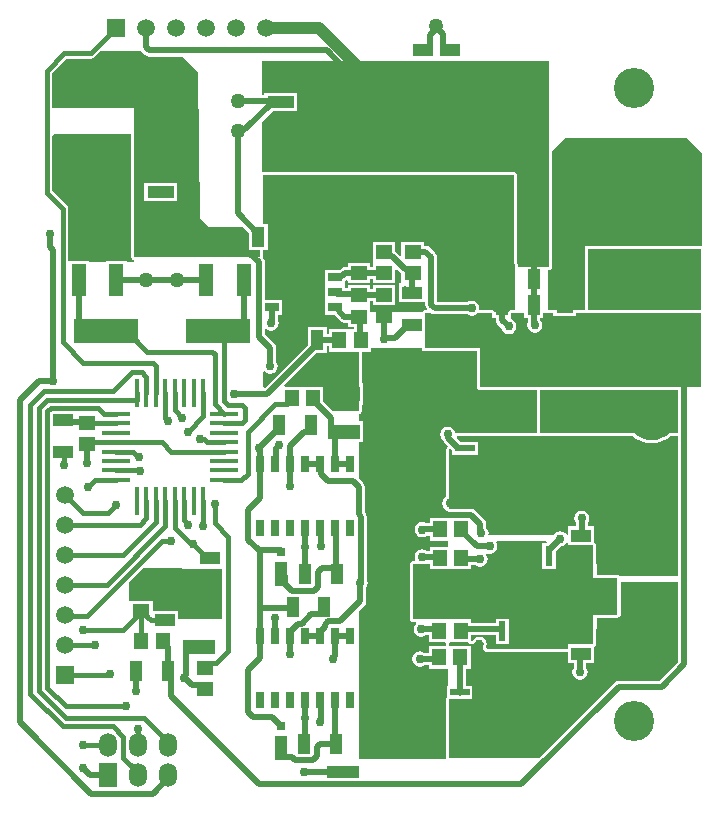
<source format=gtl>
G04*
G04 #@! TF.GenerationSoftware,Altium Limited,Altium Designer,21.0.9 (235)*
G04*
G04 Layer_Physical_Order=1*
G04 Layer_Color=255*
%FSLAX25Y25*%
%MOIN*%
G70*
G04*
G04 #@! TF.SameCoordinates,CCBB63D4-E8DD-42B9-A150-1630AA2F812C*
G04*
G04*
G04 #@! TF.FilePolarity,Positive*
G04*
G01*
G75*
%ADD18R,0.05512X0.04724*%
%ADD19R,0.04000X0.10500*%
%ADD20R,0.10500X0.04000*%
%ADD21R,0.04331X0.06693*%
%ADD22R,0.04724X0.05512*%
%ADD23R,0.06693X0.04331*%
%ADD24R,0.25984X0.09055*%
%ADD25R,0.17362X0.15354*%
%ADD26R,0.06500X0.02787*%
%ADD27R,0.02394X0.06500*%
%ADD28R,0.02756X0.05709*%
%ADD29R,0.04500X0.03000*%
%ADD30R,0.08500X0.07000*%
%ADD31R,0.09000X0.03900*%
%ADD32R,0.06300X0.13780*%
%ADD33R,0.21654X0.07874*%
%ADD34R,0.05118X0.10630*%
%ADD35R,0.06500X0.02394*%
%ADD36R,0.02787X0.06500*%
%ADD37R,0.15354X0.17362*%
%ADD38R,0.01575X0.09449*%
%ADD39R,0.09449X0.01575*%
%ADD40R,0.03150X0.03150*%
%ADD41R,0.04331X0.07874*%
%ADD42R,0.10630X0.05118*%
%ADD77C,0.01968*%
%ADD78C,0.01575*%
%ADD79C,0.03937*%
%ADD80R,0.05906X0.07874*%
%ADD81O,0.05906X0.07874*%
%ADD82C,0.05906*%
%ADD83R,0.05906X0.05906*%
%ADD84R,0.05906X0.05906*%
%ADD85C,0.16535*%
%ADD86C,0.03000*%
%ADD87C,0.13386*%
%ADD88C,0.05000*%
G36*
X43069Y259823D02*
X44223Y258669D01*
X44879Y258231D01*
X45653Y258077D01*
X56923D01*
X62000Y253000D01*
X62650Y204150D01*
X65500Y201300D01*
X76835D01*
X78850Y199285D01*
Y193454D01*
X82600D01*
Y191300D01*
X40800Y191300D01*
X40800Y241000D01*
X13362Y241000D01*
Y252549D01*
X18154Y257341D01*
X26164D01*
X26164Y257341D01*
X26861Y257480D01*
X27452Y257875D01*
X29577Y260000D01*
X42951D01*
X43069Y259823D01*
D02*
G37*
G36*
X39780Y232100D02*
X39780Y191300D01*
X39858Y190910D01*
X40079Y190579D01*
X40410Y190358D01*
X40500Y190340D01*
Y189700D01*
X38358D01*
Y189815D01*
X31240D01*
Y189700D01*
X28685D01*
X25760Y189700D01*
Y189815D01*
X18685D01*
Y207374D01*
X18685Y207374D01*
X18546Y208071D01*
X18151Y208662D01*
X18151Y208662D01*
X13362Y213451D01*
Y231751D01*
X13862Y232100D01*
X39780Y232100D01*
D02*
G37*
G36*
X179000Y256500D02*
X179000Y188000D01*
X168520D01*
Y189000D01*
X168442Y189390D01*
X168270Y189648D01*
Y218500D01*
X168192Y218890D01*
X167971Y219221D01*
X167640Y219442D01*
X167250Y219520D01*
X83750D01*
X83700Y219510D01*
X83200Y219891D01*
Y236389D01*
X86861Y240050D01*
X95000D01*
Y245950D01*
X84000D01*
Y245223D01*
X83200D01*
Y256500D01*
X179000Y256500D01*
D02*
G37*
G36*
X129507Y185769D02*
X129744Y185610D01*
Y182595D01*
X129291Y182480D01*
X128954D01*
Y180692D01*
X128915Y180496D01*
X128954Y180301D01*
Y176150D01*
X137646D01*
X137677Y175662D01*
Y175300D01*
X137831Y174526D01*
X138169Y174020D01*
X137962Y173520D01*
X137600D01*
X137210Y173442D01*
X136879Y173221D01*
X136665Y172900D01*
X124729Y172900D01*
X119456Y172900D01*
Y174793D01*
X119456D01*
Y175155D01*
X119456D01*
Y176507D01*
X120244D01*
Y175181D01*
X127756D01*
Y181905D01*
X120244D01*
Y180553D01*
X119456D01*
Y181879D01*
X111944D01*
Y181018D01*
X110950D01*
Y183219D01*
X111444Y183549D01*
X111505Y183537D01*
X111944Y183337D01*
Y182595D01*
X119456D01*
Y183934D01*
X120244D01*
Y182595D01*
X127756D01*
Y186867D01*
X128218Y187058D01*
X129507Y185769D01*
D02*
G37*
G36*
X229500Y173520D02*
X229500Y173520D01*
X192020D01*
X192020Y187058D01*
Y193980D01*
X229500Y193980D01*
Y173520D01*
D02*
G37*
G36*
X225000Y231000D02*
X230000Y226000D01*
X230000Y195000D01*
X191000Y195000D01*
Y187058D01*
X191000Y173520D01*
X187956D01*
X187857Y173500D01*
X186617D01*
X180543Y173500D01*
X180444Y173520D01*
X178500D01*
Y186980D01*
X179000D01*
X179390Y187058D01*
X179721Y187279D01*
X179942Y187610D01*
X180020Y188000D01*
X180020Y226520D01*
X184500Y231000D01*
X225000Y231000D01*
D02*
G37*
G36*
X167250Y189000D02*
X167500D01*
X167500Y173520D01*
X166350D01*
X165960Y173442D01*
X165629Y173221D01*
X165415Y172900D01*
X160955Y172900D01*
X160741Y173221D01*
X160410Y173442D01*
X160020Y173520D01*
X156058D01*
X155740Y173906D01*
X155794Y174176D01*
X155600Y175151D01*
X155048Y175978D01*
X154220Y176530D01*
X153245Y176724D01*
X152270Y176530D01*
X151773Y176199D01*
X141723D01*
Y191100D01*
X141569Y191874D01*
X141131Y192531D01*
X139187Y194474D01*
X138531Y194912D01*
X137757Y195066D01*
X137256D01*
Y196405D01*
X129744D01*
Y191907D01*
X129282Y191716D01*
X127902Y193096D01*
X127756Y193194D01*
Y196405D01*
X120244D01*
Y189819D01*
X120244Y189681D01*
X120244D01*
Y189319D01*
X120244D01*
Y187980D01*
X119456D01*
Y189319D01*
X111944D01*
Y187980D01*
X110995D01*
X110221Y187826D01*
X109565Y187387D01*
X109190Y187013D01*
X108216D01*
X108020Y186974D01*
X104450D01*
Y181974D01*
Y176974D01*
Y171974D01*
X107404D01*
X107535Y171777D01*
X109313Y170000D01*
X109969Y169561D01*
X110743Y169407D01*
X111944D01*
Y168068D01*
X113927D01*
Y167229D01*
X112838D01*
Y167229D01*
X112476D01*
Y167229D01*
X105751D01*
Y165497D01*
X104865D01*
Y167820D01*
X98535D01*
Y161988D01*
X84250Y147704D01*
X83750Y147817D01*
Y153056D01*
X84228Y153201D01*
X84298Y153098D01*
X85124Y152545D01*
X86100Y152351D01*
X87076Y152545D01*
X87902Y153098D01*
X88455Y153925D01*
X88649Y154900D01*
X88455Y155876D01*
X88123Y156372D01*
Y160868D01*
X87969Y161643D01*
X87531Y162299D01*
X84308Y165522D01*
Y167100D01*
X84808Y167357D01*
X85425Y166945D01*
X86400Y166751D01*
X87375Y166945D01*
X88202Y167498D01*
X88755Y168324D01*
X88949Y169300D01*
X88755Y170275D01*
X88573Y170548D01*
Y171974D01*
X89950D01*
Y176974D01*
X84308D01*
Y189451D01*
X84154Y190225D01*
X83750Y190829D01*
Y193454D01*
X85180D01*
Y202147D01*
X83750D01*
X83750Y218500D01*
X167250D01*
Y189000D01*
D02*
G37*
G36*
X229500Y147900D02*
X155900Y147900D01*
X155900Y160800D01*
X137600D01*
Y165520D01*
X137646D01*
Y171850D01*
X137600D01*
Y172500D01*
X139760D01*
X140050Y172306D01*
X140825Y172152D01*
X151773D01*
X152270Y171820D01*
X153245Y171626D01*
X154220Y171820D01*
X155048Y172373D01*
X155132Y172500D01*
X160020D01*
Y170954D01*
X161162D01*
Y170415D01*
X161316Y169641D01*
X161755Y168984D01*
X163029Y167710D01*
X163145Y167124D01*
X163698Y166298D01*
X164524Y165745D01*
X165500Y165551D01*
X166475Y165745D01*
X167302Y166298D01*
X167855Y167124D01*
X168049Y168100D01*
X167855Y169076D01*
X167302Y169902D01*
X166475Y170455D01*
X166393Y170471D01*
X166350Y170954D01*
X166350D01*
Y172500D01*
X170650D01*
Y170954D01*
X171984D01*
Y169784D01*
X171845Y169576D01*
X171651Y168600D01*
X171845Y167624D01*
X172398Y166798D01*
X173224Y166245D01*
X174200Y166051D01*
X175175Y166245D01*
X176002Y166798D01*
X176555Y167624D01*
X176749Y168600D01*
X176555Y169576D01*
X176031Y170360D01*
Y170954D01*
X176980D01*
Y172500D01*
X180444D01*
Y171681D01*
X187956D01*
Y172500D01*
X229500D01*
Y147900D01*
D02*
G37*
G36*
X105751Y159718D02*
X112476D01*
Y159718D01*
X112838D01*
Y159718D01*
X115500D01*
X115500Y140000D01*
X106711D01*
X103605Y143105D01*
Y148056D01*
X96881D01*
Y148056D01*
X96519D01*
Y148056D01*
X90978D01*
X90786Y148518D01*
X101396Y159127D01*
X104865D01*
Y161451D01*
X105751D01*
Y159718D01*
D02*
G37*
G36*
X136580Y160800D02*
X136658Y160410D01*
X136879Y160079D01*
X137210Y159858D01*
X137600Y159780D01*
X154880D01*
X154880Y147900D01*
X154958Y147510D01*
X155179Y147179D01*
X155510Y146958D01*
X155900Y146880D01*
X175000Y146880D01*
X175000Y139279D01*
Y132520D01*
X148435Y132520D01*
X148045Y132442D01*
X147629Y132703D01*
X147555Y133075D01*
X147002Y133902D01*
X146176Y134455D01*
X145200Y134649D01*
X144225Y134455D01*
X143398Y133902D01*
X142845Y133075D01*
X142651Y132100D01*
X142845Y131124D01*
X143398Y130298D01*
X143575Y130179D01*
X143967Y129593D01*
X145184Y128376D01*
X145184Y128315D01*
X145155Y127878D01*
X145079Y127827D01*
X144858Y127496D01*
X144780Y127106D01*
X144780Y111359D01*
X144098Y110902D01*
X143545Y110075D01*
X143351Y109100D01*
X143545Y108124D01*
X144098Y107298D01*
X144924Y106745D01*
X145066Y106717D01*
X145079Y106697D01*
X145200Y106616D01*
Y104229D01*
X139295D01*
Y102467D01*
X138128D01*
X137675Y102769D01*
X136700Y102964D01*
X135724Y102769D01*
X134898Y102217D01*
X134345Y101390D01*
X134151Y100415D01*
X134345Y99439D01*
X134898Y98612D01*
X135724Y98060D01*
X136700Y97866D01*
X137675Y98060D01*
X138216Y98421D01*
X139295D01*
Y96718D01*
X145200D01*
Y94730D01*
X139295D01*
Y93179D01*
X138445D01*
X137675Y93694D01*
X136700Y93888D01*
X135724Y93694D01*
X134898Y93141D01*
X134345Y92314D01*
X134151Y91339D01*
X134334Y90420D01*
X134294Y90261D01*
X134111Y89920D01*
X133700D01*
X133310Y89842D01*
X132979Y89621D01*
X132758Y89290D01*
X132680Y88900D01*
X132680Y70700D01*
X132758Y70310D01*
X132979Y69979D01*
X133310Y69758D01*
X133700Y69680D01*
X134602D01*
X134754Y69180D01*
X134598Y69076D01*
X134045Y68249D01*
X133851Y67274D01*
X134045Y66298D01*
X134598Y65471D01*
X135424Y64919D01*
X136400Y64725D01*
X137375Y64919D01*
X137872Y65250D01*
X139094D01*
Y62944D01*
X144152D01*
X144181Y62934D01*
X144408Y62766D01*
X144580Y62535D01*
Y61575D01*
X144543Y61529D01*
X138995D01*
Y59264D01*
X137389D01*
X136893Y59596D01*
X135917Y59790D01*
X134942Y59596D01*
X134115Y59043D01*
X133562Y58216D01*
X133368Y57241D01*
X133562Y56265D01*
X134115Y55439D01*
X134942Y54886D01*
X135917Y54692D01*
X136893Y54886D01*
X137389Y55218D01*
X138995D01*
Y54018D01*
X145200D01*
Y48371D01*
X144950D01*
Y44745D01*
X144879Y44698D01*
X144658Y44367D01*
X144580Y43977D01*
Y24200D01*
X144334Y23900D01*
X115500D01*
X115500Y73139D01*
X117431Y75069D01*
X117869Y75726D01*
X118023Y76500D01*
Y81249D01*
X118355Y81745D01*
X118549Y82721D01*
X118355Y83696D01*
X118266Y83829D01*
Y104725D01*
X118112Y105499D01*
X117674Y106155D01*
X117523Y106306D01*
Y114600D01*
X117369Y115374D01*
X116931Y116031D01*
X115500Y117461D01*
X115500Y129442D01*
X116815D01*
Y136560D01*
X115500D01*
Y138980D01*
X115890Y139058D01*
X116221Y139279D01*
X116442Y139610D01*
X116520Y140000D01*
Y142040D01*
X116815D01*
Y149158D01*
X116520D01*
X116520Y159718D01*
X119562D01*
Y160800D01*
X136580D01*
D02*
G37*
G36*
X207121Y131500D02*
X208026Y130757D01*
X209636Y129896D01*
X211383Y129366D01*
X213200Y129187D01*
X215017Y129366D01*
X216764Y129896D01*
X218374Y130757D01*
X219279Y131500D01*
X219301D01*
X221977D01*
Y85000D01*
X202403D01*
X202190Y85142D01*
X201800Y85220D01*
X194820D01*
Y88850D01*
X194742Y89240D01*
X194673Y89343D01*
Y95150D01*
X194596Y95540D01*
X194375Y95871D01*
X194046Y96090D01*
Y98474D01*
Y101480D01*
X191923D01*
Y102628D01*
X192255Y103124D01*
X192449Y104100D01*
X192255Y105076D01*
X191702Y105902D01*
X190875Y106455D01*
X189900Y106649D01*
X188925Y106455D01*
X188098Y105902D01*
X187545Y105076D01*
X187351Y104100D01*
X187545Y103124D01*
X187877Y102628D01*
Y101480D01*
X185354D01*
Y98788D01*
X184853Y98637D01*
X184476Y99202D01*
X183649Y99755D01*
X182673Y99949D01*
X181698Y99755D01*
X180871Y99202D01*
X180384Y98474D01*
X159079Y98474D01*
X158762Y98860D01*
X158849Y99300D01*
X158655Y100276D01*
X158126Y101067D01*
Y102295D01*
X157972Y103069D01*
X157533Y103725D01*
X154433Y106825D01*
X153777Y107264D01*
X153002Y107418D01*
X145800D01*
X145800Y127106D01*
X146262Y127297D01*
X146750Y126809D01*
Y125277D01*
X155250D01*
Y129671D01*
X150983D01*
X150787Y129709D01*
X149572D01*
X148243Y131038D01*
X148435Y131500D01*
X193800Y131500D01*
Y131500D01*
X207121D01*
D02*
G37*
G36*
X221977Y132520D02*
X219279D01*
X219132Y132490D01*
X218983Y132476D01*
X218939Y132452D01*
X218889Y132442D01*
X218764Y132359D01*
X218632Y132288D01*
X217805Y131609D01*
X216372Y130843D01*
X214817Y130371D01*
X213200Y130212D01*
X211583Y130371D01*
X210028Y130843D01*
X208595Y131609D01*
X207768Y132288D01*
X207635Y132359D01*
X207511Y132442D01*
X207461Y132452D01*
X207417Y132476D01*
X207268Y132490D01*
X207121Y132520D01*
X193800D01*
X193800Y132520D01*
X176020D01*
Y139279D01*
X176020Y146880D01*
X176520Y146880D01*
X221977Y146880D01*
Y132520D01*
D02*
G37*
G36*
X164082Y96574D02*
X177918Y96574D01*
X178171Y96074D01*
X178060Y95924D01*
X176803D01*
Y87424D01*
X181197D01*
Y93063D01*
X183063Y94928D01*
X183649Y95045D01*
X184476Y95598D01*
X184853Y96163D01*
X185354Y96012D01*
Y95150D01*
X193654D01*
Y88850D01*
X193800D01*
Y84200D01*
X201800D01*
Y72074D01*
X193800D01*
Y67650D01*
X193553D01*
Y62250D01*
X185254D01*
Y60700D01*
X158235Y60700D01*
X157999Y61141D01*
X158055Y61225D01*
X158249Y62200D01*
X158055Y63175D01*
X157502Y64002D01*
X156676Y64555D01*
X155700Y64749D01*
X154725Y64555D01*
X153898Y64002D01*
X153405Y63266D01*
X152965Y63326D01*
X152905Y63349D01*
Y65250D01*
X161203D01*
Y62224D01*
X165597D01*
Y70724D01*
X161203D01*
Y69297D01*
X152905D01*
Y70456D01*
X147200D01*
Y70700D01*
X133700Y70700D01*
X133700Y88900D01*
X136145D01*
X136700Y88790D01*
X137255Y88900D01*
X139295D01*
Y87218D01*
X146019D01*
Y87218D01*
X146381D01*
Y87218D01*
X153105D01*
Y88477D01*
X154528D01*
X155025Y88145D01*
X156000Y87951D01*
X156975Y88145D01*
X157802Y88698D01*
X158355Y89525D01*
X158549Y90500D01*
X158355Y91475D01*
X157991Y92021D01*
X158083Y92189D01*
X158321Y92426D01*
X159200Y92251D01*
X160176Y92445D01*
X161002Y92998D01*
X161555Y93824D01*
X161749Y94800D01*
X161555Y95776D01*
X161316Y96133D01*
X161552Y96574D01*
X164082D01*
D02*
G37*
G36*
X70040Y87391D02*
X70040Y70439D01*
X55446D01*
Y73335D01*
X46856D01*
Y76576D01*
X39344D01*
X39000Y76933D01*
X39000Y82823D01*
X43764Y87587D01*
X70040Y87391D01*
D02*
G37*
G36*
X221977Y56338D02*
X215662Y50023D01*
X202184D01*
X201410Y49869D01*
X200754Y49431D01*
X175523Y24200D01*
X145600Y24200D01*
Y43977D01*
X149375D01*
X149443Y43963D01*
X149512Y43977D01*
X153450D01*
Y48371D01*
X151466D01*
Y54018D01*
X152805D01*
Y61529D01*
X146100D01*
X145600Y61575D01*
Y62535D01*
X145819Y62944D01*
X146181D01*
Y62944D01*
X151970D01*
X151970Y62944D01*
X152078Y62787D01*
X152184Y62628D01*
X152192Y62623D01*
X152196Y62616D01*
X152357Y62513D01*
X152430Y62464D01*
X152452Y62444D01*
X152468Y62439D01*
X152515Y62407D01*
X152524Y62406D01*
X152531Y62401D01*
X152591Y62377D01*
X152712Y62355D01*
X152829Y62315D01*
X153269Y62256D01*
X153436Y62266D01*
X153604D01*
X153634Y62278D01*
X153666Y62280D01*
X153817Y62354D01*
X153972Y62418D01*
X153995Y62441D01*
X154023Y62455D01*
X154135Y62581D01*
X154253Y62700D01*
X154633Y63267D01*
X155122Y63595D01*
X155700Y63709D01*
X156278Y63595D01*
X156767Y63267D01*
X157095Y62778D01*
X157209Y62200D01*
X157078Y61539D01*
X157023Y61437D01*
X157018Y61387D01*
X156999Y61340D01*
Y61190D01*
X156984Y61041D01*
X156999Y60993D01*
Y60942D01*
X157056Y60804D01*
X157100Y60660D01*
X157336Y60219D01*
X157431Y60104D01*
X157514Y59979D01*
X157556Y59951D01*
X157588Y59912D01*
X157720Y59841D01*
X157845Y59758D01*
X157894Y59748D01*
X157939Y59724D01*
X158088Y59710D01*
X158235Y59680D01*
X185254Y59680D01*
Y55920D01*
X187277D01*
Y54372D01*
X186945Y53875D01*
X186751Y52900D01*
X186945Y51925D01*
X187498Y51098D01*
X188324Y50545D01*
X189300Y50351D01*
X190276Y50545D01*
X191102Y51098D01*
X191655Y51925D01*
X191849Y52900D01*
X191655Y53875D01*
X191323Y54372D01*
Y55920D01*
X193947D01*
Y61310D01*
X194274Y61529D01*
X194495Y61860D01*
X194573Y62250D01*
Y67007D01*
X194742Y67260D01*
X194820Y67650D01*
Y71054D01*
X201800D01*
X202190Y71132D01*
X202521Y71353D01*
X202742Y71683D01*
X202820Y72074D01*
Y83000D01*
X221977D01*
Y56338D01*
D02*
G37*
%LPC*%
G36*
X55000Y215950D02*
X44000D01*
Y210050D01*
X55000D01*
Y215950D01*
D02*
G37*
%LPD*%
D18*
X64300Y47257D02*
D03*
Y54343D02*
D03*
X43100Y80300D02*
D03*
Y73213D02*
D03*
X25000Y128957D02*
D03*
Y136043D02*
D03*
X115700Y193043D02*
D03*
Y185957D02*
D03*
X124000Y193043D02*
D03*
Y185957D02*
D03*
X184200Y175043D02*
D03*
Y167957D02*
D03*
X124000Y171457D02*
D03*
Y178543D02*
D03*
X115700Y178517D02*
D03*
Y171430D02*
D03*
X133500Y185957D02*
D03*
Y193043D02*
D03*
D19*
X179900Y140700D02*
D03*
X225500Y163500D02*
D03*
X154700Y140700D02*
D03*
D20*
X110200Y19600D02*
D03*
X204500Y115500D02*
D03*
X125300Y249400D02*
D03*
X36300Y256500D02*
D03*
D21*
X104115Y74500D02*
D03*
X93485D02*
D03*
X137815Y82800D02*
D03*
X127185D02*
D03*
X137715Y74700D02*
D03*
X127085D02*
D03*
X99515Y135300D02*
D03*
X88885D02*
D03*
X97685Y85500D02*
D03*
X108315D02*
D03*
X97285Y28974D02*
D03*
X107915D02*
D03*
X71385Y197800D02*
D03*
X82015D02*
D03*
X33185Y196000D02*
D03*
X43815D02*
D03*
X41285Y53300D02*
D03*
X51915D02*
D03*
X101700Y163474D02*
D03*
X91070D02*
D03*
X163185Y175300D02*
D03*
X173815D02*
D03*
Y183800D02*
D03*
X163185D02*
D03*
X184185Y183000D02*
D03*
X194815D02*
D03*
X33185Y204500D02*
D03*
X43815D02*
D03*
D22*
X149543Y66700D02*
D03*
X142457D02*
D03*
X149443Y57774D02*
D03*
X142357D02*
D03*
X43057Y63300D02*
D03*
X50143D02*
D03*
X109113Y163474D02*
D03*
X116200D02*
D03*
X93157Y144300D02*
D03*
X100243D02*
D03*
X142657Y100474D02*
D03*
X149743D02*
D03*
X142657Y90974D02*
D03*
X149743D02*
D03*
D23*
X189700Y87685D02*
D03*
Y98315D02*
D03*
X198000Y81385D02*
D03*
Y92015D02*
D03*
X197900Y75115D02*
D03*
Y64485D02*
D03*
X189600Y69715D02*
D03*
Y59085D02*
D03*
X66000Y90915D02*
D03*
Y80285D02*
D03*
X145900Y260195D02*
D03*
Y249565D02*
D03*
X137100Y260195D02*
D03*
Y249565D02*
D03*
X51100Y70170D02*
D03*
Y80800D02*
D03*
X17000Y136815D02*
D03*
Y126185D02*
D03*
X133300Y179315D02*
D03*
Y168685D02*
D03*
X196000Y202315D02*
D03*
Y191685D02*
D03*
D24*
X26500Y218039D02*
D03*
Y247961D02*
D03*
X215500Y179000D02*
D03*
Y208921D02*
D03*
X110000Y235461D02*
D03*
Y205539D02*
D03*
X139000D02*
D03*
Y235461D02*
D03*
D25*
X171500Y107000D02*
D03*
X170900Y51147D02*
D03*
D26*
X162700Y102474D02*
D03*
X180300D02*
D03*
X179700Y55674D02*
D03*
X162100D02*
D03*
D27*
X164100Y116274D02*
D03*
X169000D02*
D03*
X174000D02*
D03*
X178900D02*
D03*
X164100Y91674D02*
D03*
X169000D02*
D03*
X173900D02*
D03*
X179000D02*
D03*
X178300Y41874D02*
D03*
X173400D02*
D03*
X168400D02*
D03*
X163500D02*
D03*
X178300Y66474D02*
D03*
X173400D02*
D03*
X168500D02*
D03*
X163400D02*
D03*
D28*
X112600Y64930D02*
D03*
X107600D02*
D03*
X102600D02*
D03*
X97600D02*
D03*
X92600D02*
D03*
X87600D02*
D03*
X82600D02*
D03*
X112600Y43474D02*
D03*
X107600D02*
D03*
X102600D02*
D03*
X97600D02*
D03*
X92600D02*
D03*
X87600D02*
D03*
X82600D02*
D03*
X82700Y100974D02*
D03*
X87700D02*
D03*
X92700D02*
D03*
X97700D02*
D03*
X102700D02*
D03*
X107700D02*
D03*
X112700D02*
D03*
X82700Y122430D02*
D03*
X87700D02*
D03*
X92700D02*
D03*
X97700D02*
D03*
X102700D02*
D03*
X107700D02*
D03*
X112700D02*
D03*
D29*
X107700Y174474D02*
D03*
X86700Y189474D02*
D03*
Y184474D02*
D03*
Y179474D02*
D03*
Y174474D02*
D03*
X107700Y189474D02*
D03*
Y184474D02*
D03*
Y179474D02*
D03*
D30*
X196100Y155200D02*
D03*
Y139200D02*
D03*
D31*
X49500Y243000D02*
D03*
Y213000D02*
D03*
X89500Y243000D02*
D03*
Y223000D02*
D03*
Y213000D02*
D03*
D32*
X163500Y198500D02*
D03*
X183500D02*
D03*
X173500D02*
D03*
D33*
X31299Y166500D02*
D03*
X68701D02*
D03*
D34*
X34799Y183500D02*
D03*
X22201D02*
D03*
X64701D02*
D03*
X77299D02*
D03*
D35*
X149200Y46174D02*
D03*
Y41074D02*
D03*
Y36174D02*
D03*
Y31274D02*
D03*
X124600Y46074D02*
D03*
Y41174D02*
D03*
Y36174D02*
D03*
Y31274D02*
D03*
X151000Y127474D02*
D03*
Y122374D02*
D03*
Y117474D02*
D03*
Y112574D02*
D03*
X126400Y127374D02*
D03*
Y122474D02*
D03*
Y117474D02*
D03*
Y112574D02*
D03*
D36*
X138400Y47474D02*
D03*
Y29874D02*
D03*
X140200Y128774D02*
D03*
Y111174D02*
D03*
D37*
X133874Y38674D02*
D03*
X135674Y119974D02*
D03*
D38*
X63634Y109866D02*
D03*
X60484D02*
D03*
X57335D02*
D03*
X54185D02*
D03*
X51035D02*
D03*
X47886D02*
D03*
X44736D02*
D03*
X41587D02*
D03*
X41587Y146087D02*
D03*
X44736D02*
D03*
X47886D02*
D03*
X51035D02*
D03*
X54185D02*
D03*
X57335D02*
D03*
X60484D02*
D03*
X63634D02*
D03*
D39*
X34500Y116953D02*
D03*
Y120102D02*
D03*
Y123252D02*
D03*
Y126401D02*
D03*
X34500Y129551D02*
D03*
X34500Y132701D02*
D03*
Y135850D02*
D03*
Y139000D02*
D03*
X70720Y139000D02*
D03*
Y135850D02*
D03*
Y132701D02*
D03*
Y129551D02*
D03*
Y126401D02*
D03*
Y123252D02*
D03*
Y120102D02*
D03*
Y116953D02*
D03*
D40*
X89600Y34954D02*
D03*
X89700Y92954D02*
D03*
D41*
X89600Y27474D02*
D03*
X89700Y85474D02*
D03*
D42*
X62400Y61401D02*
D03*
Y73999D02*
D03*
X110500Y133001D02*
D03*
Y145599D02*
D03*
D77*
X87600Y70900D02*
X87750D01*
X82700Y65030D02*
Y93122D01*
Y74384D02*
X93369D01*
X87600Y64930D02*
Y70900D01*
X140825Y174176D02*
X153245D01*
X139700Y175300D02*
Y191100D01*
Y175300D02*
X140825Y174176D01*
X133500Y193043D02*
X137757D01*
X139700Y191100D01*
X163185Y170415D02*
X165500Y168100D01*
X163185Y170415D02*
Y175300D01*
X174007Y168792D02*
Y176307D01*
X82600Y57678D02*
Y64930D01*
X93369Y74384D02*
X93485Y74500D01*
X88885Y134119D02*
Y135300D01*
X82550Y127784D02*
X88885Y134119D01*
X13024Y149969D02*
X13500Y149492D01*
X59644Y61401D02*
X62400D01*
X58069Y59826D02*
X59644Y61401D01*
X58069Y51948D02*
Y59826D01*
X57400Y51279D02*
X58069Y51948D01*
X57400Y51000D02*
Y51279D01*
X82375Y15516D02*
X169700D01*
X52990Y44901D02*
X82375Y15516D01*
X169700D02*
X202184Y48000D01*
X97200Y19700D02*
X97250Y19650D01*
X110150D01*
X62922Y48635D02*
X64300Y47257D01*
X60044Y48635D02*
X62922D01*
X57679Y51000D02*
X60044Y48635D01*
X57400Y51000D02*
X57679D01*
X102600Y64930D02*
Y66407D01*
X104138Y67945D01*
Y68648D01*
X105390Y69900D01*
X109400D01*
X116000Y82721D02*
X116243Y82964D01*
X116000Y76500D02*
Y82721D01*
X109400Y69900D02*
X116000Y76500D01*
X102994Y36594D02*
Y43080D01*
X102800Y36400D02*
X102994Y36594D01*
X110150Y19650D02*
X110200Y19600D01*
X89600Y25702D02*
Y27474D01*
Y25702D02*
X90781Y24521D01*
X93278D01*
X94256Y23543D01*
X100314D01*
X101616Y24845D01*
Y27821D01*
X78763Y39459D02*
X80162Y38060D01*
X97600Y37500D02*
Y43474D01*
Y28974D02*
Y37500D01*
X106900Y57514D02*
X107600Y58214D01*
X106900Y57235D02*
Y57514D01*
X107600Y58214D02*
Y64930D01*
X92600D02*
Y66407D01*
X95263Y69069D01*
X96514D01*
X99582Y72138D01*
X102934D01*
X104115Y73319D01*
Y74500D01*
X102033Y86154D02*
X103353Y87474D01*
X102033Y81389D02*
Y86154D01*
X90881Y82353D02*
Y84793D01*
X100714Y80069D02*
X102033Y81389D01*
X90881Y82353D02*
X93165Y80069D01*
X100714D01*
X116243Y82964D02*
Y104725D01*
X51915Y53300D02*
X52990Y52225D01*
Y44901D02*
Y52225D01*
X51100Y80800D02*
X51200Y80700D01*
X50143Y62906D02*
X51915Y61135D01*
X92700Y122430D02*
Y128237D01*
X97400Y132938D01*
X98334D01*
X99515Y134119D01*
Y135300D01*
X88893Y128708D02*
X88900Y128700D01*
X108473Y133001D02*
X110500D01*
X107700Y122430D02*
Y132957D01*
X107744Y133001D02*
X108473Y133729D01*
X107700Y132957D02*
X107744Y133001D01*
X99943Y143906D02*
Y144300D01*
Y143906D02*
X106169Y137680D01*
Y134576D02*
Y137680D01*
Y134576D02*
X107744Y133001D01*
X108473D01*
X115500Y105468D02*
X116243Y104725D01*
X115500Y105468D02*
Y114600D01*
X113600Y116500D02*
X115500Y114600D01*
X105400Y116500D02*
X113600D01*
X103094Y118806D02*
X105400Y116500D01*
X141400Y267280D02*
Y268100D01*
X139462Y265342D02*
X141400Y267280D01*
X139462Y261396D02*
Y265342D01*
X138281Y260215D02*
X139462Y261396D01*
X173815Y176500D02*
Y183800D01*
Y198185D01*
X173700Y198700D02*
Y209700D01*
X173500Y198500D02*
X173700Y198700D01*
X86550Y169450D02*
Y174324D01*
X86700Y174474D01*
X86400Y169300D02*
X86550Y169450D01*
X136400Y67274D02*
X142357D01*
X173500Y198500D02*
X173815Y198185D01*
X88094Y122824D02*
Y127615D01*
X156103Y99497D02*
Y102295D01*
X153002Y105395D02*
X156103Y102295D01*
Y99497D02*
X156300Y99300D01*
X150787Y127686D02*
X151000Y127474D01*
X145397Y131023D02*
X148734Y127686D01*
X145200Y132100D02*
X145397Y131903D01*
X148734Y127686D02*
X150787D01*
X145397Y131023D02*
Y131903D01*
X189300Y58885D02*
X189500Y59085D01*
X189300Y52900D02*
Y58885D01*
X189900Y98315D02*
Y104100D01*
X141500Y267758D02*
X143538Y265721D01*
X141500Y267758D02*
Y268000D01*
X143538Y261396D02*
Y265721D01*
Y261396D02*
X144719Y260215D01*
X145900D01*
X137100D02*
X138281D01*
X87700Y122430D02*
X88094Y122824D01*
X82285Y164684D02*
X86100Y160868D01*
Y154900D02*
Y160868D01*
X82285Y164684D02*
Y189451D01*
X74159Y145600D02*
X85008D01*
X74059Y145700D02*
X74159Y145600D01*
X85008D02*
X101700Y162293D01*
X82550Y122580D02*
X82700Y122430D01*
X82550Y122580D02*
Y127784D01*
X82700Y110778D02*
Y122430D01*
X89300Y243200D02*
X89500Y243000D01*
X75400Y243200D02*
X89300D01*
X75200Y243400D02*
X75400Y243200D01*
X77730Y233780D02*
X86950Y243000D01*
X89500D01*
X75780Y233780D02*
X77730D01*
X75200Y233200D02*
X75780Y233780D01*
X75200Y205796D02*
Y233200D01*
Y205796D02*
X82015Y198981D01*
X173815Y176500D02*
X174007Y176307D01*
Y168792D02*
X174200Y168600D01*
X13500Y149969D02*
Y193547D01*
Y149492D02*
Y149969D01*
X144122Y105395D02*
X153002D01*
X140200Y109317D02*
Y111174D01*
Y109317D02*
X144122Y105395D01*
X103094Y118806D02*
Y122037D01*
X102700Y122430D02*
X103094Y122037D01*
X75716Y192288D02*
X79447D01*
X82285Y189451D01*
X71385Y196619D02*
X75716Y192288D01*
X71385Y196619D02*
Y197800D01*
X25000Y122500D02*
Y128957D01*
X2665Y143665D02*
X8969Y149969D01*
X2665Y36151D02*
X26419Y12398D01*
X2665Y36151D02*
Y143665D01*
X82015Y197800D02*
Y198981D01*
X44500Y183500D02*
X54984D01*
Y183484D02*
X64701D01*
Y183500D01*
X54984Y183484D02*
Y183500D01*
X34799D02*
X44500D01*
X179000Y93727D02*
X182673Y97400D01*
X149743Y100080D02*
X154826Y94997D01*
X159003D01*
X159200Y94800D01*
X149743Y100080D02*
Y100474D01*
X179000Y91674D02*
Y93727D01*
X173800Y91574D02*
X173900Y91674D01*
X169000D02*
X169100Y91574D01*
X164100Y91674D02*
X164150Y91624D01*
X136203Y67076D02*
X136400Y67274D01*
X136882Y91156D02*
X142474D01*
X136700Y91339D02*
X136882Y91156D01*
X141824Y57241D02*
X142357Y57774D01*
X135917Y57241D02*
X141824D01*
X136700Y100415D02*
X136700Y100415D01*
X142474Y91156D02*
X142657Y90974D01*
X92500Y59000D02*
X92550Y59050D01*
Y64880D02*
X92600Y64930D01*
X92550Y59050D02*
Y64880D01*
X107600Y64930D02*
X112600D01*
X97600D02*
X102600D01*
Y43474D02*
X102994Y43080D01*
X89700Y85974D02*
X90881Y84793D01*
X97305Y100579D02*
X97700Y100974D01*
X97500Y94500D02*
Y100384D01*
X97305Y100579D02*
X97500Y100384D01*
X136730Y100444D02*
X142627D01*
X136700Y100415D02*
X136730Y100444D01*
X142627D02*
X142657Y100474D01*
X107188Y87474D02*
X108094Y88379D01*
X103353Y87474D02*
X107188D01*
X102769Y28974D02*
X107600D01*
X101616Y27821D02*
X102769Y28974D01*
X86700Y184474D02*
Y189474D01*
X108966Y173208D02*
X110743Y171430D01*
X108966Y173208D02*
Y173958D01*
X110743Y171430D02*
X115700D01*
X108450Y174474D02*
X108966Y173958D01*
X107700Y174474D02*
X108450D01*
X173400Y66474D02*
X173450Y66524D01*
X45653Y260100D02*
X104900D01*
X111000Y254000D01*
X44500Y261253D02*
Y267500D01*
Y261253D02*
X45653Y260100D01*
X150217Y90500D02*
X156000D01*
X149743Y90974D02*
X150217Y90500D01*
X26094Y18500D02*
X32000D01*
X23595Y21000D02*
X26094Y18500D01*
X23500Y21000D02*
X23595D01*
X26419Y12398D02*
X46882D01*
X97500Y85500D02*
Y94500D01*
X103000Y95000D02*
Y100674D01*
X102700Y100974D02*
X103000Y100674D01*
X107700Y179474D02*
X108178Y178995D01*
X115222D01*
X115700Y178517D01*
X86700Y179474D02*
Y184474D01*
X133300Y179315D02*
Y185957D01*
X132119Y168685D02*
X133300D01*
X127631Y164197D02*
X132119Y168685D01*
X124197Y164197D02*
X127631D01*
X124000Y164000D02*
X124197Y164197D01*
X124000Y164000D02*
Y171457D01*
X132057Y187199D02*
X133300Y185957D01*
X130938Y187199D02*
X132057D01*
X132119Y179315D02*
X133300D01*
X130938Y180496D02*
X132119Y179315D01*
X126472Y191665D02*
X130938Y187199D01*
X125378Y191665D02*
X126472D01*
X124000Y193043D02*
X125378Y191665D01*
X115700Y185957D02*
X124000D01*
Y171457D02*
X124136Y171321D01*
X115700Y178517D02*
X115713Y178530D01*
X123987D01*
X124000Y178543D01*
X110995Y185957D02*
X115700D01*
X110028Y184989D02*
X110995Y185957D01*
X108216Y184989D02*
X110028D01*
X107700Y184474D02*
X108216Y184989D01*
X114322Y191665D02*
X115700Y193043D01*
X110642Y191665D02*
X114322D01*
X108450Y189474D02*
X110642Y191665D01*
X107700Y189474D02*
X108450D01*
X12516Y194532D02*
X13500Y193547D01*
X12516Y194532D02*
Y198984D01*
X42500Y204500D02*
X43815D01*
X52000Y17516D02*
Y18500D01*
X46882Y12398D02*
X52000Y17516D01*
X41255Y46455D02*
Y53270D01*
X41225Y46425D02*
X41255Y46455D01*
Y53270D02*
X41285Y53300D01*
X8969Y149969D02*
X13024D01*
X163187Y67674D02*
X163400Y67461D01*
Y66474D02*
Y67461D01*
X149443Y67274D02*
X163187D01*
X184193Y175051D02*
Y182992D01*
Y175051D02*
X184200Y175043D01*
X183843Y174201D02*
X184000Y174043D01*
X196000Y190685D02*
X196008Y190692D01*
X184185Y183000D02*
X184193Y182992D01*
X17000Y136815D02*
X17386Y136429D01*
X202184Y48000D02*
X216500D01*
X224000Y55500D01*
X92700Y114974D02*
Y122430D01*
X139000Y205500D02*
Y205539D01*
X162185Y192500D02*
X162500D01*
X89585Y178958D02*
X91509Y177034D01*
X87216Y178958D02*
X89585D01*
X86700Y179474D02*
X87216Y178958D01*
X74346Y166500D02*
X77299Y169453D01*
Y183500D01*
X115950Y163724D02*
X116200Y163474D01*
X132028Y186228D02*
X132300Y185957D01*
X115950Y163724D02*
Y171180D01*
X91509Y163913D02*
Y177034D01*
X101700Y163474D02*
X109113D01*
X59975Y73999D02*
X62400D01*
X58400Y75574D02*
X59975Y73999D01*
X78763Y97059D02*
X82368Y93454D01*
X78763Y97059D02*
Y106841D01*
X82700Y110778D01*
X82368Y93454D02*
X82700Y93122D01*
X82368Y93454D02*
X89700D01*
X50850Y80550D02*
X51100Y80800D01*
X43100Y80300D02*
X43350Y80550D01*
X51915Y53300D02*
Y61135D01*
X50143Y62906D02*
Y63300D01*
X91070Y163474D02*
X91509Y163913D01*
X101700Y162293D02*
Y163474D01*
X97700Y122430D02*
X102700D01*
X22201Y169453D02*
Y183500D01*
X216500Y158500D02*
X224000Y151000D01*
X25154Y166500D02*
X31299D01*
X22201Y169453D02*
X25154Y166500D01*
X224000Y55500D02*
Y151000D01*
X65829Y80114D02*
X66000Y80285D01*
X86494Y38060D02*
X89600Y34954D01*
X80162Y38060D02*
X86494D01*
X78763Y53741D02*
X82700Y57678D01*
X78763Y39459D02*
Y53741D01*
X107600Y28974D02*
Y43474D01*
X107700Y100974D02*
X108094Y100580D01*
X107700Y122430D02*
X112700D01*
X108094Y88379D02*
Y100580D01*
X108473Y133729D02*
X110272D01*
X110500Y133501D01*
Y133001D02*
Y133501D01*
X149200Y46174D02*
X149231D01*
X149443Y45986D02*
Y57774D01*
X149231Y46174D02*
X149443Y46386D01*
X17386Y136429D02*
X24421D01*
X25000Y135850D01*
D78*
Y129551D02*
X34500D01*
X64300Y54343D02*
X65875Y55918D01*
X67861D01*
X72000Y60058D01*
X64819Y90915D02*
X66000D01*
X60200Y95534D02*
X64819Y90915D01*
X60200Y95534D02*
Y95600D01*
X67500Y102559D02*
X72000Y98059D01*
Y60058D02*
Y98059D01*
X32500Y52000D02*
X32750Y52250D01*
X17500Y52000D02*
X32500D01*
X60200Y95400D02*
X60200Y95400D01*
X17500Y71500D02*
X25100D01*
X50100Y96500D02*
X53000D01*
X25100Y71500D02*
X50100Y96500D01*
X36813Y67000D02*
X43813Y74000D01*
X93157Y143906D02*
Y144300D01*
X91582Y142332D02*
X93157Y143906D01*
X87735Y142332D02*
X91582D01*
X78500Y133096D02*
X87735Y142332D01*
X78500Y119029D02*
Y133096D01*
X75119Y135850D02*
X75119Y135850D01*
X70720Y135850D02*
X75119D01*
X76678Y135850D02*
X77600Y136773D01*
Y140877D01*
X75119Y135850D02*
X76678D01*
X67500Y102559D02*
Y108900D01*
X72000Y141800D02*
X76678D01*
X77600Y140877D01*
X70591Y143209D02*
Y166500D01*
Y143209D02*
X72000Y141800D01*
X70591Y166500D02*
X74346D01*
X25400Y114600D02*
X27753Y116953D01*
X6100Y45518D02*
Y142006D01*
Y45518D02*
X16809Y34809D01*
X6100Y142006D02*
X10555Y146461D01*
X8900Y46615D02*
Y140908D01*
X11697Y143705D01*
X11665Y47748D02*
Y139775D01*
Y47748D02*
X17840Y41573D01*
X8900Y46615D02*
X17951Y37565D01*
X11665Y139775D02*
X12838Y140949D01*
X28614D01*
X27753Y116953D02*
X34500D01*
X17000Y126185D02*
X17200Y125985D01*
Y121800D02*
Y125985D01*
X62050Y130500D02*
X64069D01*
X65018Y129551D01*
X66322D01*
X66322Y129551D01*
X70720D01*
X53098Y126401D02*
X70720D01*
X49949Y129551D02*
X53098Y126401D01*
X63500Y101500D02*
Y109732D01*
X63634Y109866D01*
X63634Y138134D02*
Y146087D01*
X58500Y133000D02*
X63634Y138134D01*
X54185Y140270D02*
X56727Y137727D01*
X54185Y140270D02*
Y141688D01*
X51035Y137464D02*
X52047Y136453D01*
X51035Y137464D02*
Y146087D01*
X24000Y28500D02*
X32000D01*
X86700Y189474D02*
X87413Y188761D01*
X38189Y166500D02*
X44975Y159714D01*
X67500Y142220D02*
Y158791D01*
X44975Y159714D02*
X66578D01*
X67500Y158791D01*
X16862Y162833D02*
X23695Y156000D01*
X46963D01*
X11539Y212696D02*
X16862Y207374D01*
X46963Y156000D02*
X47886Y155078D01*
X16862Y162833D02*
Y207374D01*
X47886Y146087D02*
Y155078D01*
X11539Y212696D02*
Y253304D01*
X17400Y259164D01*
X67500Y142220D02*
X70720Y139000D01*
X37079Y24406D02*
X42000Y19484D01*
Y18500D02*
Y19484D01*
X52000Y28500D02*
Y29484D01*
X42000Y28500D02*
Y34000D01*
X43920Y37565D02*
X52000Y29484D01*
X17840Y41573D02*
X37927D01*
X37079Y24406D02*
Y31365D01*
X33635Y34809D02*
X37079Y31365D01*
X16809Y34809D02*
X33635D01*
X17951Y37565D02*
X43920D01*
X32000Y28174D02*
Y28500D01*
X37927Y41573D02*
X38000Y41500D01*
X17500Y62000D02*
X27500D01*
X23500Y67000D02*
X36813D01*
X54185Y100815D02*
X59500Y95500D01*
X34500Y129551D02*
X49949D01*
X11697Y143705D02*
X41587D01*
X13000Y146500D02*
X33704D01*
X10555Y146461D02*
X12961D01*
X13000Y146500D01*
X39984Y152779D02*
X43189D01*
X33704Y146500D02*
X39984Y152779D01*
X43189D02*
X44736Y151233D01*
X28614Y140949D02*
X30563Y139000D01*
X44736Y146087D02*
Y151233D01*
X41587Y143705D02*
Y146087D01*
X30563Y139000D02*
X34500D01*
X26164Y259164D02*
X34500Y267500D01*
X17400Y259164D02*
X26164D01*
X54185Y141688D02*
Y146087D01*
X54185Y141688D02*
X54185Y141688D01*
X17500Y102000D02*
X42573D01*
X70720Y116953D02*
X76423D01*
X40213Y126401D02*
X41912Y124703D01*
X34500Y120102D02*
X42398D01*
X41912Y124703D02*
X42297D01*
X34500Y126401D02*
X40213D01*
X42398Y120102D02*
X42500Y120000D01*
X76423Y116953D02*
X78500Y119029D01*
X68701Y166500D02*
X70591D01*
X31481Y82000D02*
X51035Y101554D01*
X37027Y92000D02*
X47886Y102859D01*
X32038Y106000D02*
X34769Y108731D01*
X23500Y106000D02*
X32038D01*
X57335Y103551D02*
Y109866D01*
X51035Y101554D02*
Y109866D01*
X58500Y102000D02*
Y102386D01*
X54185Y100815D02*
Y109866D01*
X57335Y103551D02*
X58500Y102386D01*
X42573Y102000D02*
X44736Y104163D01*
Y109866D01*
X47886Y102859D02*
Y109866D01*
X46143Y70170D02*
X51100D01*
X43100Y63343D02*
Y73213D01*
X43494D01*
X45068Y71245D02*
Y71639D01*
X43494Y73213D02*
X45068Y71639D01*
X43013Y73300D02*
X43100Y73213D01*
X45068Y71245D02*
X46143Y70170D01*
X50143Y63300D02*
X51100Y62343D01*
X43057Y63300D02*
X43100Y63343D01*
X213200Y158500D02*
X216500D01*
X31299Y166500D02*
X38189D01*
X25000Y135850D02*
X34500D01*
X25000Y128957D02*
Y129551D01*
X17500Y112000D02*
X23500Y106000D01*
X17500Y82000D02*
X31481D01*
X17500Y92000D02*
X37027D01*
D79*
X84500Y267500D02*
X102400D01*
X114800Y255100D01*
D80*
X32000Y18500D02*
D03*
D81*
Y28500D02*
D03*
X42000Y18500D02*
D03*
Y28500D02*
D03*
X52000Y18500D02*
D03*
Y28500D02*
D03*
D82*
X17500Y112000D02*
D03*
Y102000D02*
D03*
Y92000D02*
D03*
Y82000D02*
D03*
Y62000D02*
D03*
Y72000D02*
D03*
X84500Y267500D02*
D03*
X74500D02*
D03*
X64500D02*
D03*
X54500D02*
D03*
X44500D02*
D03*
D83*
X17500Y52000D02*
D03*
D84*
X34500Y267500D02*
D03*
D85*
X213200Y73974D02*
D03*
Y93974D02*
D03*
Y138500D02*
D03*
Y158500D02*
D03*
D86*
X145900Y109100D02*
D03*
X87750Y70900D02*
D03*
X153245Y174176D02*
D03*
X165500Y168100D02*
D03*
X173115Y157000D02*
D03*
X178422D02*
D03*
X173115Y151500D02*
D03*
X178422D02*
D03*
X162500Y157000D02*
D03*
X167807D02*
D03*
X162500Y151500D02*
D03*
X167807D02*
D03*
X134300Y144800D02*
D03*
Y157200D02*
D03*
Y151000D02*
D03*
X141100Y144800D02*
D03*
X147900D02*
D03*
Y151000D02*
D03*
X141100D02*
D03*
X147900Y157200D02*
D03*
X141100D02*
D03*
X97200Y19700D02*
D03*
X57400Y51000D02*
D03*
X102800Y36400D02*
D03*
X106900Y57235D02*
D03*
X97600Y37500D02*
D03*
X58300Y79800D02*
D03*
Y84400D02*
D03*
X32750Y52250D02*
D03*
X60200Y95600D02*
D03*
X116000Y82721D02*
D03*
X173700Y209700D02*
D03*
X86400Y169300D02*
D03*
X136400Y67274D02*
D03*
X135917Y57241D02*
D03*
X88900Y128700D02*
D03*
X156300Y99300D02*
D03*
X145200Y132100D02*
D03*
X189300Y52900D02*
D03*
X189900Y104100D02*
D03*
X67500Y108900D02*
D03*
X86100Y154900D02*
D03*
X74059Y145700D02*
D03*
X82400Y127500D02*
D03*
X174200Y168600D02*
D03*
X104800Y152800D02*
D03*
X25000Y122500D02*
D03*
X25400Y114600D02*
D03*
X17200Y121800D02*
D03*
X182673Y97400D02*
D03*
X159200Y94800D02*
D03*
X154900Y79200D02*
D03*
X146300D02*
D03*
X168515Y75070D02*
D03*
X161848D02*
D03*
X168515Y83582D02*
D03*
X175181D02*
D03*
Y75070D02*
D03*
X181848Y83582D02*
D03*
Y75070D02*
D03*
X161848Y83582D02*
D03*
X136700Y91339D02*
D03*
X133817Y51041D02*
D03*
X190100Y78900D02*
D03*
X92500Y59000D02*
D03*
X97500Y94500D02*
D03*
X136700Y100415D02*
D03*
X62500Y130500D02*
D03*
X63500Y101500D02*
D03*
X58500Y133000D02*
D03*
X56727Y137727D02*
D03*
X52047Y136453D02*
D03*
X156000Y90500D02*
D03*
X23500Y28500D02*
D03*
Y21000D02*
D03*
X103000Y95000D02*
D03*
X124000Y164000D02*
D03*
X42000Y34000D02*
D03*
X38000Y41500D02*
D03*
X41255Y46455D02*
D03*
X27500Y62000D02*
D03*
X23500Y67000D02*
D03*
X12516Y198984D02*
D03*
X13500Y149969D02*
D03*
X110900Y152800D02*
D03*
X92700Y114974D02*
D03*
X155700Y62200D02*
D03*
X34769Y108731D02*
D03*
X58500Y102000D02*
D03*
X42500Y120000D02*
D03*
X42297Y124703D02*
D03*
X53000Y96500D02*
D03*
D87*
X207200Y36700D02*
D03*
Y247600D02*
D03*
D88*
X145900Y180100D02*
D03*
X141400Y268100D02*
D03*
X155900Y193100D02*
D03*
X145900D02*
D03*
X155900Y180100D02*
D03*
X139000Y214500D02*
D03*
X104000Y224000D02*
D03*
X215750Y188800D02*
D03*
X75200Y243400D02*
D03*
Y233200D02*
D03*
X26100Y204300D02*
D03*
X97200Y171300D02*
D03*
X54984Y183484D02*
D03*
X44500Y183500D02*
D03*
X110000Y214300D02*
D03*
X206700Y188800D02*
D03*
X224800D02*
D03*
X26100Y227400D02*
D03*
X162500Y214484D02*
D03*
M02*

</source>
